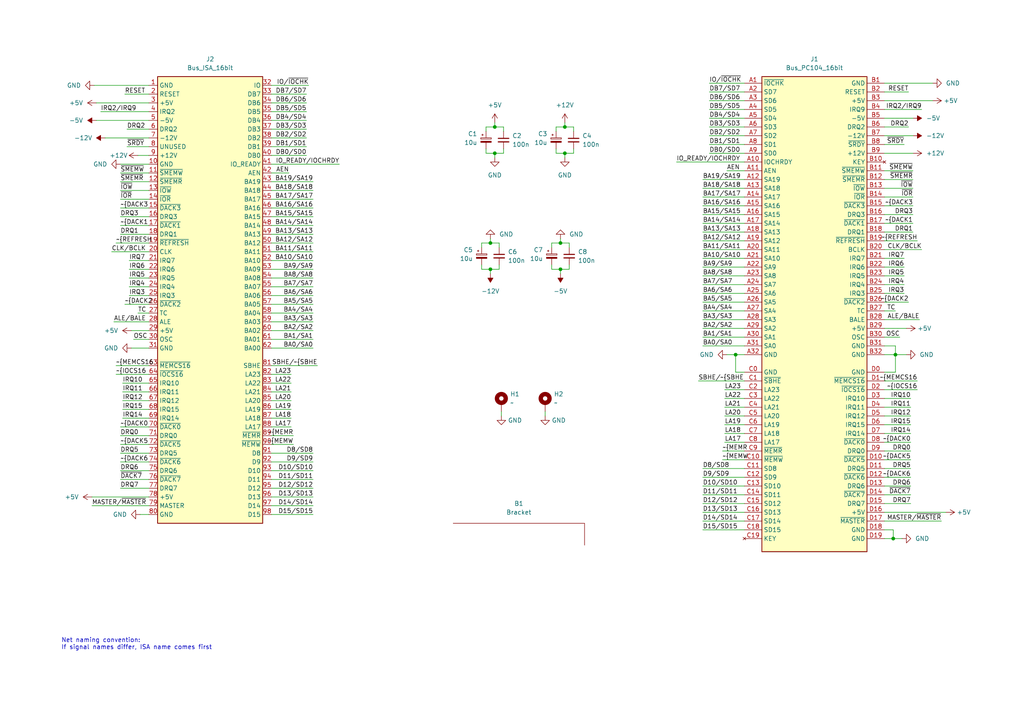
<source format=kicad_sch>
(kicad_sch (version 20211123) (generator eeschema)
  (paper "A4")
  (title_block (title "PC/104 ISA Card") (date "2023-03-04") (rev "0"))
  (lib_symbols
    (symbol "Device:C_Polarized_Small" (pin_numbers hide) (pin_names (offset 0.254) hide)
      (property "Reference" "C" (at 0.254 1.778 0))
      (property "Value" "C_Polarized_Small" (at 0.254 -2.032 0))
      (symbol "C_Polarized_Small_0_1"
        (rectangle (start -1.524 -0.3048) (end 1.524 -0.6858) (fill (type outline)))
        (rectangle (start -1.524 0.6858) (end 1.524 0.3048))
        (polyline (pts (xy -1.27 1.524) (xy -0.762 1.524)))
        (polyline (pts (xy -1.016 1.27) (xy -1.016 1.778)))
      )
      (symbol "C_Polarized_Small_1_1"
        (pin passive line (at 0 2.54 270) (length 1.8542) (name "~") (number "1"))
        (pin passive line (at 0 -2.54 90) (length 1.8542) (name "~") (number "2"))
      )
    )
    (symbol "Device:C_Small" (pin_numbers hide) (pin_names (offset 0.254) hide)
      (property "Reference" "C" (at 0.254 1.778 0))
      (property "Value" "C_Small" (at 0.254 -2.032 0))
      (symbol "C_Small_0_1"
        (polyline (pts (xy -1.524 -0.508) (xy 1.524 -0.508)) (stroke (width 0.3302)))
        (polyline (pts (xy -1.524 0.508) (xy 1.524 0.508)) (stroke (width 0.3048)))
      )
      (symbol "C_Small_1_1"
        (pin passive line (at 0 2.54 270) (length 2.032) (name "~") (number "1"))
        (pin passive line (at 0 -2.54 90) (length 2.032) (name "~") (number "2"))
      )
    )
    (symbol "Mechanical:MountingHole_Pad" (pin_numbers hide) (pin_names (offset 1.016) hide)
      (property "Reference" "H" (at 0 6.35 0))
      (property "Value" "MountingHole_Pad" (at 0 4.445 0))
      (symbol "MountingHole_Pad_0_1"
        (circle (center 0 1.27) (radius 1.27) (stroke (width 1.27)))
      )
      (symbol "MountingHole_Pad_1_1"
        (pin input line (at 0 -2.54 90) (length 2.54) (name "1") (number "1"))
      )
    )
    (symbol "local:Bracket" (on_board no)
      (property "Reference" "B" (at 5.08 0 0))
      (property "Value" "Bracket" (at 5.08 0 0))
      (property "Manufacturer" "Keystone" (at 0 0 0))
      (property "MPN" "9202" (at 0 0 0))
      (property "Supplier:Digikey" "36-9202-ND" (at 0 0 0))
      (symbol "Bracket_0_1"
        (polyline (pts (xy 6.35 12.7) (xy 0 12.7) (xy 0 -25.4)))
      )
    )
    (symbol "local:Bus_ISA_16bit"
      (property "Reference" "J" (at 0 67.945 0))
      (property "Value" "Bus_ISA_16bit" (at 0 -65.405 0))
      (symbol "Bus_ISA_16bit_0_1"
        (rectangle (start -15.24 -63.5) (end 15.24 66.04) (stroke (width 0.254)) (fill (type background)))
      )
      (symbol "Bus_ISA_16bit_1_1"
        (pin power_out line (at -17.78 63.5 0) (length 2.54) (name "GND") (number "1"))
        (pin power_in line (at -17.78 40.64 0) (length 2.54) (name "GND") (number "10"))
        (pin output line (at -17.78 38.1 0) (length 2.54) (name "~{SMEMW}") (number "11"))
        (pin output line (at -17.78 35.56 0) (length 2.54) (name "~{SMEMR}") (number "12"))
        (pin output line (at -17.78 33.02 0) (length 2.54) (name "~{IOW}") (number "13"))
        (pin output line (at -17.78 30.48 0) (length 2.54) (name "~{IOR}") (number "14"))
        (pin passive line (at -17.78 27.94 0) (length 2.54) (name "~{DACK3}") (number "15"))
        (pin passive line (at -17.78 25.4 0) (length 2.54) (name "DRQ3") (number "16"))
        (pin passive line (at -17.78 22.86 0) (length 2.54) (name "~{DACK1}") (number "17"))
        (pin passive line (at -17.78 20.32 0) (length 2.54) (name "DRQ1") (number "18"))
        (pin passive line (at -17.78 17.78 0) (length 2.54) (name "~{REFRESH}") (number "19"))
        (pin output line (at -17.78 60.96 0) (length 2.54) (name "RESET") (number "2"))
        (pin output line (at -17.78 15.24 0) (length 2.54) (name "CLK") (number "20"))
        (pin passive line (at -17.78 12.7 0) (length 2.54) (name "IRQ7") (number "21"))
        (pin passive line (at -17.78 10.16 0) (length 2.54) (name "IRQ6") (number "22"))
        (pin passive line (at -17.78 7.62 0) (length 2.54) (name "IRQ5") (number "23"))
        (pin passive line (at -17.78 5.08 0) (length 2.54) (name "IRQ4") (number "24"))
        (pin passive line (at -17.78 2.54 0) (length 2.54) (name "IRQ3") (number "25"))
        (pin passive line (at -17.78 0 0) (length 2.54) (name "~{DACK2}") (number "26"))
        (pin passive line (at -17.78 -2.54 0) (length 2.54) (name "TC") (number "27"))
        (pin output line (at -17.78 -5.08 0) (length 2.54) (name "ALE") (number "28"))
        (pin power_in line (at -17.78 -7.62 0) (length 2.54) (name "+5V") (number "29"))
        (pin power_out line (at -17.78 58.42 0) (length 2.54) (name "+5V") (number "3"))
        (pin output line (at -17.78 -10.16 0) (length 2.54) (name "OSC") (number "30"))
        (pin power_in line (at -17.78 -12.7 0) (length 2.54) (name "GND") (number "31"))
        (pin passive line (at 17.78 63.5 180) (length 2.54) (name "IO") (number "32"))
        (pin tri_state line (at 17.78 60.96 180) (length 2.54) (name "DB7") (number "33"))
        (pin tri_state line (at 17.78 58.42 180) (length 2.54) (name "DB6") (number "34"))
        (pin tri_state line (at 17.78 55.88 180) (length 2.54) (name "DB5") (number "35"))
        (pin tri_state line (at 17.78 53.34 180) (length 2.54) (name "DB4") (number "36"))
        (pin tri_state line (at 17.78 50.8 180) (length 2.54) (name "DB3") (number "37"))
        (pin tri_state line (at 17.78 48.26 180) (length 2.54) (name "DB2") (number "38"))
        (pin tri_state line (at 17.78 45.72 180) (length 2.54) (name "DB1") (number "39"))
        (pin passive line (at -17.78 55.88 0) (length 2.54) (name "IRQ2") (number "4"))
        (pin tri_state line (at 17.78 43.18 180) (length 2.54) (name "DB0") (number "40"))
        (pin passive line (at 17.78 40.64 180) (length 2.54) (name "IO_READY") (number "41"))
        (pin output line (at 17.78 38.1 180) (length 2.54) (name "AEN") (number "42"))
        (pin tri_state line (at 17.78 35.56 180) (length 2.54) (name "BA19") (number "43"))
        (pin tri_state line (at 17.78 33.02 180) (length 2.54) (name "BA18") (number "44"))
        (pin tri_state line (at 17.78 30.48 180) (length 2.54) (name "BA17") (number "45"))
        (pin tri_state line (at 17.78 27.94 180) (length 2.54) (name "BA16") (number "46"))
        (pin tri_state line (at 17.78 25.4 180) (length 2.54) (name "BA15") (number "47"))
        (pin tri_state line (at 17.78 22.86 180) (length 2.54) (name "BA14") (number "48"))
        (pin tri_state line (at 17.78 20.32 180) (length 2.54) (name "BA13") (number "49"))
        (pin power_out line (at -17.78 53.34 0) (length 2.54) (name "-5V") (number "5"))
        (pin tri_state line (at 17.78 17.78 180) (length 2.54) (name "BA12") (number "50"))
        (pin tri_state line (at 17.78 15.24 180) (length 2.54) (name "BA11") (number "51"))
        (pin tri_state line (at 17.78 12.7 180) (length 2.54) (name "BA10") (number "52"))
        (pin tri_state line (at 17.78 10.16 180) (length 2.54) (name "BA09") (number "53"))
        (pin tri_state line (at 17.78 7.62 180) (length 2.54) (name "BA08") (number "54"))
        (pin tri_state line (at 17.78 5.08 180) (length 2.54) (name "BA07") (number "55"))
        (pin tri_state line (at 17.78 2.54 180) (length 2.54) (name "BA06") (number "56"))
        (pin tri_state line (at 17.78 0 180) (length 2.54) (name "BA05") (number "57"))
        (pin tri_state line (at 17.78 -2.54 180) (length 2.54) (name "BA04") (number "58"))
        (pin tri_state line (at 17.78 -5.08 180) (length 2.54) (name "BA03") (number "59"))
        (pin passive line (at -17.78 50.8 0) (length 2.54) (name "DRQ2") (number "6"))
        (pin tri_state line (at 17.78 -7.62 180) (length 2.54) (name "BA02") (number "60"))
        (pin tri_state line (at 17.78 -10.16 180) (length 2.54) (name "BA01") (number "61"))
        (pin tri_state line (at 17.78 -12.7 180) (length 2.54) (name "BA00") (number "62"))
        (pin passive line (at -17.78 -17.78 0) (length 2.54) (name "~{MEMCS16}") (number "63"))
        (pin passive line (at -17.78 -20.32 0) (length 2.54) (name "~{IOCS16}") (number "64"))
        (pin passive line (at -17.78 -22.86 0) (length 2.54) (name "IRQ10") (number "65"))
        (pin passive line (at -17.78 -25.4 0) (length 2.54) (name "IRQ11") (number "66"))
        (pin passive line (at -17.78 -27.94 0) (length 2.54) (name "IRQ12") (number "67"))
        (pin passive line (at -17.78 -30.48 0) (length 2.54) (name "IRQ15") (number "68"))
        (pin passive line (at -17.78 -33.02 0) (length 2.54) (name "IRQ14") (number "69"))
        (pin power_out line (at -17.78 48.26 0) (length 2.54) (name "-12V") (number "7"))
        (pin output line (at -17.78 -35.56 0) (length 2.54) (name "~{DACK0}") (number "70"))
        (pin passive line (at -17.78 -38.1 0) (length 2.54) (name "DRQ0") (number "71"))
        (pin output line (at -17.78 -40.64 0) (length 2.54) (name "~{DACK5}") (number "72"))
        (pin passive line (at -17.78 -43.18 0) (length 2.54) (name "DRQ5") (number "73"))
        (pin output line (at -17.78 -45.72 0) (length 2.54) (name "~{DACK6}") (number "74"))
        (pin passive line (at -17.78 -48.26 0) (length 2.54) (name "DRQ6") (number "75"))
        (pin output line (at -17.78 -50.8 0) (length 2.54) (name "~{DACK7}") (number "76"))
        (pin passive line (at -17.78 -53.34 0) (length 2.54) (name "DRQ7") (number "77"))
        (pin power_in line (at -17.78 -55.88 0) (length 2.54) (name "+5V") (number "78"))
        (pin passive line (at -17.78 -58.42 0) (length 2.54) (name "MASTER") (number "79"))
        (pin passive line (at -17.78 45.72 0) (length 2.54) (name "UNUSED") (number "8"))
        (pin power_in line (at -17.78 -60.96 0) (length 2.54) (name "GND") (number "80"))
        (pin passive line (at 17.78 -17.78 180) (length 2.54) (name "SBHE") (number "81"))
        (pin passive line (at 17.78 -20.32 180) (length 2.54) (name "LA23") (number "82"))
        (pin passive line (at 17.78 -22.86 180) (length 2.54) (name "LA22") (number "83"))
        (pin passive line (at 17.78 -25.4 180) (length 2.54) (name "LA21") (number "84"))
        (pin passive line (at 17.78 -27.94 180) (length 2.54) (name "LA20") (number "85"))
        (pin passive line (at 17.78 -30.48 180) (length 2.54) (name "LA19") (number "86"))
        (pin passive line (at 17.78 -33.02 180) (length 2.54) (name "LA18") (number "87"))
        (pin passive line (at 17.78 -35.56 180) (length 2.54) (name "LA17") (number "88"))
        (pin output line (at 17.78 -38.1 180) (length 2.54) (name "~{MEMR}") (number "89"))
        (pin power_out line (at -17.78 43.18 0) (length 2.54) (name "+12V") (number "9"))
        (pin output line (at 17.78 -40.64 180) (length 2.54) (name "~{MEMW}") (number "90"))
        (pin tri_state line (at 17.78 -43.18 180) (length 2.54) (name "D8") (number "91"))
        (pin tri_state line (at 17.78 -45.72 180) (length 2.54) (name "D9") (number "92"))
        (pin tri_state line (at 17.78 -48.26 180) (length 2.54) (name "D10") (number "93"))
        (pin tri_state line (at 17.78 -50.8 180) (length 2.54) (name "D11") (number "94"))
        (pin tri_state line (at 17.78 -53.34 180) (length 2.54) (name "D12") (number "95"))
        (pin tri_state line (at 17.78 -55.88 180) (length 2.54) (name "D13") (number "96"))
        (pin tri_state line (at 17.78 -58.42 180) (length 2.54) (name "D14") (number "97"))
        (pin tri_state line (at 17.78 -60.96 180) (length 2.54) (name "D15") (number "98"))
      )
    )
    (symbol "local:Bus_PC104_16bit"
      (property "Reference" "J" (at 0 69.215 0))
      (property "Value" "Bus_PC104_16bit" (at 0 1.27 90))
      (symbol "Bus_PC104_16bit_0_0"
        (pin power_in line (at -20.32 -13.97 0) (length 5.08) (name "GND") (number "A32"))
        (pin power_in line (at 20.32 -13.97 180) (length 5.08) (name "GND") (number "B32"))
        (pin no_connect line (at -20.32 -67.31 0) (length 5.08) (name "KEY") (number "C19"))
        (pin power_in line (at 20.32 -67.31 180) (length 5.08) (name "GND") (number "D19"))
      )
      (symbol "Bus_PC104_16bit_0_1"
        (rectangle (start -15.24 66.675) (end 15.24 -71.12) (stroke (width 0.254)) (fill (type background)))
      )
      (symbol "Bus_PC104_16bit_1_1"
        (pin passive line (at -20.32 64.77 0) (length 5.08) (name "~{IOCHK}") (number "A1"))
        (pin passive line (at -20.32 41.91 0) (length 5.08) (name "IOCHRDY") (number "A10"))
        (pin input line (at -20.32 39.37 0) (length 5.08) (name "AEN") (number "A11"))
        (pin tri_state line (at -20.32 36.83 0) (length 5.08) (name "SA19") (number "A12"))
        (pin tri_state line (at -20.32 34.29 0) (length 5.08) (name "SA18") (number "A13"))
        (pin tri_state line (at -20.32 31.75 0) (length 5.08) (name "SA17") (number "A14"))
        (pin tri_state line (at -20.32 29.21 0) (length 5.08) (name "SA16") (number "A15"))
        (pin tri_state line (at -20.32 26.67 0) (length 5.08) (name "SA15") (number "A16"))
        (pin tri_state line (at -20.32 24.13 0) (length 5.08) (name "SA14") (number "A17"))
        (pin tri_state line (at -20.32 21.59 0) (length 5.08) (name "SA13") (number "A18"))
        (pin tri_state line (at -20.32 19.05 0) (length 5.08) (name "SA12") (number "A19"))
        (pin tri_state line (at -20.32 62.23 0) (length 5.08) (name "SD7") (number "A2"))
        (pin tri_state line (at -20.32 16.51 0) (length 5.08) (name "SA11") (number "A20"))
        (pin tri_state line (at -20.32 13.97 0) (length 5.08) (name "SA10") (number "A21"))
        (pin tri_state line (at -20.32 11.43 0) (length 5.08) (name "SA9") (number "A22"))
        (pin tri_state line (at -20.32 8.89 0) (length 5.08) (name "SA8") (number "A23"))
        (pin tri_state line (at -20.32 6.35 0) (length 5.08) (name "SA7") (number "A24"))
        (pin tri_state line (at -20.32 3.81 0) (length 5.08) (name "SA6") (number "A25"))
        (pin tri_state line (at -20.32 1.27 0) (length 5.08) (name "SA5") (number "A26"))
        (pin tri_state line (at -20.32 -1.27 0) (length 5.08) (name "SA4") (number "A27"))
        (pin tri_state line (at -20.32 -3.81 0) (length 5.08) (name "SA3") (number "A28"))
        (pin tri_state line (at -20.32 -6.35 0) (length 5.08) (name "SA2") (number "A29"))
        (pin tri_state line (at -20.32 59.69 0) (length 5.08) (name "SD6") (number "A3"))
        (pin tri_state line (at -20.32 -8.89 0) (length 5.08) (name "SA1") (number "A30"))
        (pin tri_state line (at -20.32 -11.43 0) (length 5.08) (name "SA0") (number "A31"))
        (pin tri_state line (at -20.32 57.15 0) (length 5.08) (name "SD5") (number "A4"))
        (pin tri_state line (at -20.32 54.61 0) (length 5.08) (name "SD4") (number "A5"))
        (pin tri_state line (at -20.32 52.07 0) (length 5.08) (name "SD3") (number "A6"))
        (pin tri_state line (at -20.32 49.53 0) (length 5.08) (name "SD2") (number "A7"))
        (pin tri_state line (at -20.32 46.99 0) (length 5.08) (name "SD1") (number "A8"))
        (pin tri_state line (at -20.32 44.45 0) (length 5.08) (name "SD0") (number "A9"))
        (pin power_in line (at 20.32 64.77 180) (length 5.08) (name "GND") (number "B1"))
        (pin no_connect line (at 20.32 41.91 180) (length 5.08) (name "KEY") (number "B10"))
        (pin input line (at 20.32 39.37 180) (length 5.08) (name "~{SMEMW}") (number "B11"))
        (pin input line (at 20.32 36.83 180) (length 5.08) (name "~{SMEMR}") (number "B12"))
        (pin input line (at 20.32 34.29 180) (length 5.08) (name "~{IOW}") (number "B13"))
        (pin input line (at 20.32 31.75 180) (length 5.08) (name "~{IOR}") (number "B14"))
        (pin passive line (at 20.32 29.21 180) (length 5.08) (name "~{DACK3}") (number "B15"))
        (pin passive line (at 20.32 26.67 180) (length 5.08) (name "DRQ3") (number "B16"))
        (pin passive line (at 20.32 24.13 180) (length 5.08) (name "~{DACK1}") (number "B17"))
        (pin passive line (at 20.32 21.59 180) (length 5.08) (name "DRQ1") (number "B18"))
        (pin passive line (at 20.32 19.05 180) (length 5.08) (name "~{REFRESH}") (number "B19"))
        (pin input line (at 20.32 62.23 180) (length 5.08) (name "RESET") (number "B2"))
        (pin input line (at 20.32 16.51 180) (length 5.08) (name "BCLK") (number "B20"))
        (pin passive line (at 20.32 13.97 180) (length 5.08) (name "IRQ7") (number "B21"))
        (pin passive line (at 20.32 11.43 180) (length 5.08) (name "IRQ6") (number "B22"))
        (pin passive line (at 20.32 8.89 180) (length 5.08) (name "IRQ5") (number "B23"))
        (pin passive line (at 20.32 6.35 180) (length 5.08) (name "IRQ4") (number "B24"))
        (pin passive line (at 20.32 3.81 180) (length 5.08) (name "IRQ3") (number "B25"))
        (pin passive line (at 20.32 1.27 180) (length 5.08) (name "~{DACK2}") (number "B26"))
        (pin passive line (at 20.32 -1.27 180) (length 5.08) (name "TC") (number "B27"))
        (pin input line (at 20.32 -3.81 180) (length 5.08) (name "BALE") (number "B28"))
        (pin power_in line (at 20.32 -6.35 180) (length 5.08) (name "+5V") (number "B29"))
        (pin power_in line (at 20.32 59.69 180) (length 5.08) (name "+5V") (number "B3"))
        (pin input line (at 20.32 -8.89 180) (length 5.08) (name "OSC") (number "B30"))
        (pin power_in line (at 20.32 -11.43 180) (length 5.08) (name "GND") (number "B31"))
        (pin passive line (at 20.32 57.15 180) (length 5.08) (name "IRQ9") (number "B4"))
        (pin power_in line (at 20.32 54.61 180) (length 5.08) (name "-5V") (number "B5"))
        (pin passive line (at 20.32 52.07 180) (length 5.08) (name "DRQ2") (number "B6"))
        (pin power_in line (at 20.32 49.53 180) (length 5.08) (name "-12V") (number "B7"))
        (pin passive line (at 20.32 46.99 180) (length 5.08) (name "~{SRDY}") (number "B8"))
        (pin power_in line (at 20.32 44.45 180) (length 5.08) (name "+12V") (number "B9"))
        (pin power_in line (at -20.32 -19.05 0) (length 5.08) (name "GND") (number "C0"))
        (pin passive line (at -20.32 -21.59 0) (length 5.08) (name "~{SBHE}") (number "C1"))
        (pin input line (at -20.32 -44.45 0) (length 5.08) (name "~{MEMW}") (number "C10"))
        (pin tri_state line (at -20.32 -46.99 0) (length 5.08) (name "SD8") (number "C11"))
        (pin tri_state line (at -20.32 -49.53 0) (length 5.08) (name "SD9") (number "C12"))
        (pin tri_state line (at -20.32 -52.07 0) (length 5.08) (name "SD10") (number "C13"))
        (pin tri_state line (at -20.32 -54.61 0) (length 5.08) (name "SD11") (number "C14"))
        (pin tri_state line (at -20.32 -57.15 0) (length 5.08) (name "SD12") (number "C15"))
        (pin tri_state line (at -20.32 -59.69 0) (length 5.08) (name "SD13") (number "C16"))
        (pin tri_state line (at -20.32 -62.23 0) (length 5.08) (name "SD14") (number "C17"))
        (pin tri_state line (at -20.32 -64.77 0) (length 5.08) (name "SD15") (number "C18"))
        (pin passive line (at -20.32 -24.13 0) (length 5.08) (name "LA23") (number "C2"))
        (pin passive line (at -20.32 -26.67 0) (length 5.08) (name "LA22") (number "C3"))
        (pin passive line (at -20.32 -29.21 0) (length 5.08) (name "LA21") (number "C4"))
        (pin passive line (at -20.32 -31.75 0) (length 5.08) (name "LA20") (number "C5"))
        (pin passive line (at -20.32 -34.29 0) (length 5.08) (name "LA19") (number "C6"))
        (pin passive line (at -20.32 -36.83 0) (length 5.08) (name "LA18") (number "C7"))
        (pin passive line (at -20.32 -39.37 0) (length 5.08) (name "LA17") (number "C8"))
        (pin input line (at -20.32 -41.91 0) (length 5.08) (name "~{MEMR}") (number "C9"))
        (pin power_in line (at 20.32 -19.05 180) (length 5.08) (name "GND") (number "D0"))
        (pin passive line (at 20.32 -21.59 180) (length 5.08) (name "~{MEMCS16}") (number "D1"))
        (pin input line (at 20.32 -44.45 180) (length 5.08) (name "~{DACK5}") (number "D10"))
        (pin passive line (at 20.32 -46.99 180) (length 5.08) (name "DRQ5") (number "D11"))
        (pin input line (at 20.32 -49.53 180) (length 5.08) (name "~{DACK6}") (number "D12"))
        (pin passive line (at 20.32 -52.07 180) (length 5.08) (name "DRQ6") (number "D13"))
        (pin input line (at 20.32 -54.61 180) (length 5.08) (name "~{DACK7}") (number "D14"))
        (pin passive line (at 20.32 -57.15 180) (length 5.08) (name "DRQ7") (number "D15"))
        (pin power_in line (at 20.32 -59.69 180) (length 5.08) (name "+5V") (number "D16"))
        (pin passive line (at 20.32 -62.23 180) (length 5.08) (name "~{MASTER}") (number "D17"))
        (pin power_in line (at 20.32 -64.77 180) (length 5.08) (name "GND") (number "D18"))
        (pin passive line (at 20.32 -24.13 180) (length 5.08) (name "~{IOCS16}") (number "D2"))
        (pin passive line (at 20.32 -26.67 180) (length 5.08) (name "IRQ10") (number "D3"))
        (pin passive line (at 20.32 -29.21 180) (length 5.08) (name "IRQ11") (number "D4"))
        (pin passive line (at 20.32 -31.75 180) (length 5.08) (name "IRQ12") (number "D5"))
        (pin passive line (at 20.32 -34.29 180) (length 5.08) (name "IRQ15") (number "D6"))
        (pin passive line (at 20.32 -36.83 180) (length 5.08) (name "IRQ14") (number "D7"))
        (pin input line (at 20.32 -39.37 180) (length 5.08) (name "~{DACK0}") (number "D8"))
        (pin passive line (at 20.32 -41.91 180) (length 5.08) (name "DRQ0") (number "D9"))
      )
    )
    (symbol "power:+12V" (power) (pin_names (offset 0))
      (property "Value" "+12V" (at 0 3.556 0))
      (symbol "+12V_0_1"
        (polyline (pts (xy -0.762 1.27) (xy 0 2.54)))
        (polyline (pts (xy 0 0) (xy 0 2.54)))
        (polyline (pts (xy 0 2.54) (xy 0.762 1.27)))
      )
      (symbol "+12V_1_1"
        (pin power_in line (at 0 0 90) (length 0) hide (name "+12V") (number "1"))
      )
    )
    (symbol "power:+5V" (power) (pin_names (offset 0))
      (property "Value" "+5V" (at 0 3.556 0))
      (symbol "+5V_0_1"
        (polyline (pts (xy -0.762 1.27) (xy 0 2.54)))
        (polyline (pts (xy 0 0) (xy 0 2.54)))
        (polyline (pts (xy 0 2.54) (xy 0.762 1.27)))
      )
      (symbol "+5V_1_1"
        (pin power_in line (at 0 0 90) (length 0) hide (name "+5V") (number "1"))
      )
    )
    (symbol "power:-12V" (power) (pin_names (offset 0))
      (property "Value" "-12V" (at 0 3.81 0))
      (symbol "-12V_0_0"
        (pin power_in line (at 0 0 90) (length 0) hide (name "-12V") (number "1"))
      )
      (symbol "-12V_0_1"
        (polyline (pts (xy 0 0) (xy 0 1.27) (xy 0.762 1.27) (xy 0 2.54) (xy -0.762 1.27) (xy 0 1.27)) (fill (type outline)))
      )
    )
    (symbol "power:-5V" (power) (pin_names (offset 0))
      (property "Value" "-5V" (at 0 3.81 0))
      (symbol "-5V_0_0"
        (pin power_in line (at 0 0 90) (length 0) hide (name "-5V") (number "1"))
      )
      (symbol "-5V_0_1"
        (polyline (pts (xy 0 0) (xy 0 1.27) (xy 0.762 1.27) (xy 0 2.54) (xy -0.762 1.27) (xy 0 1.27)) (fill (type outline)))
      )
    )
    (symbol "power:GND" (power) (pin_names (offset 0))
      (property "Value" "GND" (at 0 -3.81 0))
      (symbol "GND_0_1"
        (polyline (pts (xy 0 0) (xy 0 -1.27) (xy 1.27 -1.27) (xy 0 -2.54) (xy -1.27 -1.27) (xy 0 -1.27)))
      )
      (symbol "GND_1_1"
        (pin power_in line (at 0 0 270) (length 0) hide (name "GND") (number "1"))
      )
    )
  )
  (junction (at 213.36 102.87))
  (junction (at 259.715 102.87))
  (junction (at 259.08 156.21))
  (junction (at 162.56 78.105))
  (junction (at 143.51 44.45))
  (junction (at 142.24 70.485))
  (junction (at 163.83 36.83))
  (junction (at 142.24 78.105))
  (junction (at 143.51 36.83))
  (junction (at 163.83 44.45))
  (junction (at 162.56 70.485))
  (wire (pts (xy 43.18 57.785) (xy 34.925 57.785)))
  (wire (pts (xy 43.18 126.365) (xy 34.925 126.365)))
  (wire (pts (xy 90.805 57.785) (xy 78.74 57.785)))
  (wire (pts (xy 90.805 73.025) (xy 78.74 73.025)))
  (wire (pts (xy 203.835 59.69) (xy 215.9 59.69)))
  (wire (pts (xy 43.18 85.725) (xy 37.465 85.725)))
  (wire (pts (xy 140.97 44.45) (xy 143.51 44.45)))
  (wire (pts (xy 259.08 153.67) (xy 259.08 156.21)))
  (wire (pts (xy 259.715 102.87) (xy 256.54 102.87)))
  (wire (pts (xy 43.18 113.665) (xy 35.56 113.665)))
  (wire (pts (xy 210.185 118.11) (xy 215.9 118.11)))
  (wire (pts (xy 27.94 34.925) (xy 43.18 34.925)))
  (wire (pts (xy 259.08 153.67) (xy 256.54 153.67)))
  (wire (pts (xy 262.89 102.87) (xy 259.715 102.87)))
  (wire (pts (xy 43.18 98.425) (xy 38.735 98.425)))
  (wire (pts (xy 78.74 47.625) (xy 98.425 47.625)))
  (wire (pts (xy 139.7 70.485) (xy 139.7 71.755)))
  (wire (pts (xy 40.64 149.225) (xy 43.18 149.225)))
  (wire (pts (xy 88.9 32.385) (xy 78.74 32.385)))
  (wire (pts (xy 215.9 146.05) (xy 203.835 146.05)))
  (wire (pts (xy 203.835 69.85) (xy 215.9 69.85)))
  (wire (pts (xy 90.805 65.405) (xy 78.74 65.405)))
  (wire (pts (xy 256.54 77.47) (xy 262.255 77.47)))
  (wire (pts (xy 146.05 43.18) (xy 146.05 44.45)))
  (wire (pts (xy 88.9 29.845) (xy 78.74 29.845)))
  (wire (pts (xy 203.835 92.71) (xy 215.9 92.71)))
  (wire (pts (xy 256.54 120.65) (xy 264.16 120.65)))
  (wire (pts (xy 205.74 34.29) (xy 215.9 34.29)))
  (wire (pts (xy 143.51 36.83) (xy 143.51 35.56)))
  (wire (pts (xy 256.54 31.75) (xy 267.335 31.75)))
  (wire (pts (xy 43.18 106.045) (xy 33.655 106.045)))
  (wire (pts (xy 256.54 133.35) (xy 264.16 133.35)))
  (wire (pts (xy 90.805 88.265) (xy 78.74 88.265)))
  (wire (pts (xy 43.18 27.305) (xy 36.195 27.305)))
  (wire (pts (xy 43.18 116.205) (xy 35.56 116.205)))
  (wire (pts (xy 213.36 102.87) (xy 213.36 107.95)))
  (wire (pts (xy 142.24 78.105) (xy 142.24 79.375)))
  (wire (pts (xy 43.18 50.165) (xy 34.925 50.165)))
  (wire (pts (xy 90.805 67.945) (xy 78.74 67.945)))
  (wire (pts (xy 163.83 35.56) (xy 163.83 36.83)))
  (wire (pts (xy 256.54 95.25) (xy 262.89 95.25)))
  (wire (pts (xy 203.835 67.31) (xy 215.9 67.31)))
  (wire (pts (xy 90.805 78.105) (xy 78.74 78.105)))
  (wire (pts (xy 78.74 133.985) (xy 90.805 133.985)))
  (wire (pts (xy 162.56 69.215) (xy 162.56 70.485)))
  (wire (pts (xy 215.9 24.13) (xy 205.74 24.13)))
  (wire (pts (xy 85.09 128.905) (xy 78.74 128.905)))
  (wire (pts (xy 166.37 43.18) (xy 166.37 44.45)))
  (wire (pts (xy 43.18 133.985) (xy 34.925 133.985)))
  (wire (pts (xy 90.805 93.345) (xy 78.74 93.345)))
  (wire (pts (xy 203.835 90.17) (xy 215.9 90.17)))
  (wire (pts (xy 144.78 78.105) (xy 142.24 78.105)))
  (wire (pts (xy 259.715 100.33) (xy 256.54 100.33)))
  (wire (pts (xy 78.74 50.165) (xy 83.82 50.165)))
  (wire (pts (xy 33.02 93.345) (xy 43.18 93.345)))
  (wire (pts (xy 256.54 138.43) (xy 264.16 138.43)))
  (wire (pts (xy 256.54 54.61) (xy 264.795 54.61)))
  (wire (pts (xy 88.9 40.005) (xy 78.74 40.005)))
  (wire (pts (xy 43.18 128.905) (xy 34.925 128.905)))
  (wire (pts (xy 203.835 64.77) (xy 215.9 64.77)))
  (wire (pts (xy 259.715 102.87) (xy 259.715 107.95)))
  (wire (pts (xy 90.805 75.565) (xy 78.74 75.565)))
  (wire (pts (xy 205.74 41.91) (xy 215.9 41.91)))
  (wire (pts (xy 140.97 36.83) (xy 143.51 36.83)))
  (wire (pts (xy 78.74 131.445) (xy 90.805 131.445)))
  (wire (pts (xy 43.18 141.605) (xy 34.925 141.605)))
  (wire (pts (xy 34.925 60.325) (xy 43.18 60.325)))
  (wire (pts (xy 43.18 121.285) (xy 35.56 121.285)))
  (wire (pts (xy 90.805 100.965) (xy 78.74 100.965)))
  (wire (pts (xy 202.565 110.49) (xy 215.9 110.49)))
  (wire (pts (xy 266.7 92.71) (xy 256.54 92.71)))
  (wire (pts (xy 163.83 36.83) (xy 161.29 36.83)))
  (wire (pts (xy 203.835 100.33) (xy 215.9 100.33)))
  (wire (pts (xy 162.56 70.485) (xy 165.1 70.485)))
  (wire (pts (xy 203.835 57.15) (xy 215.9 57.15)))
  (wire (pts (xy 161.29 44.45) (xy 163.83 44.45)))
  (wire (pts (xy 84.455 116.205) (xy 78.74 116.205)))
  (wire (pts (xy 146.05 36.83) (xy 146.05 38.1)))
  (wire (pts (xy 256.54 72.39) (xy 267.335 72.39)))
  (wire (pts (xy 92.075 106.045) (xy 78.74 106.045)))
  (wire (pts (xy 215.9 153.67) (xy 203.835 153.67)))
  (wire (pts (xy 144.78 76.835) (xy 144.78 78.105)))
  (wire (pts (xy 259.08 156.21) (xy 256.54 156.21)))
  (wire (pts (xy 90.805 52.705) (xy 78.74 52.705)))
  (wire (pts (xy 43.18 80.645) (xy 37.465 80.645)))
  (wire (pts (xy 270.51 24.13) (xy 256.54 24.13)))
  (wire (pts (xy 256.54 26.67) (xy 263.525 26.67)))
  (wire (pts (xy 256.54 125.73) (xy 264.16 125.73)))
  (wire (pts (xy 203.835 95.25) (xy 215.9 95.25)))
  (wire (pts (xy 146.05 44.45) (xy 143.51 44.45)))
  (wire (pts (xy 43.18 146.685) (xy 26.67 146.685)))
  (wire (pts (xy 215.9 148.59) (xy 203.835 148.59)))
  (wire (pts (xy 162.56 70.485) (xy 160.02 70.485)))
  (wire (pts (xy 160.02 76.835) (xy 160.02 78.105)))
  (wire (pts (xy 205.74 39.37) (xy 215.9 39.37)))
  (wire (pts (xy 259.715 90.17) (xy 256.54 90.17)))
  (wire (pts (xy 78.74 141.605) (xy 90.805 141.605)))
  (wire (pts (xy 38.1 100.965) (xy 43.18 100.965)))
  (wire (pts (xy 144.78 70.485) (xy 144.78 71.755)))
  (wire (pts (xy 90.805 85.725) (xy 78.74 85.725)))
  (wire (pts (xy 139.7 78.105) (xy 142.24 78.105)))
  (wire (pts (xy 143.51 44.45) (xy 143.51 45.72)))
  (wire (pts (xy 142.24 70.485) (xy 139.7 70.485)))
  (wire (pts (xy 205.74 36.83) (xy 215.9 36.83)))
  (wire (pts (xy 256.54 118.11) (xy 264.16 118.11)))
  (wire (pts (xy 43.18 131.445) (xy 34.925 131.445)))
  (wire (pts (xy 161.29 43.18) (xy 161.29 44.45)))
  (wire (pts (xy 203.835 97.79) (xy 215.9 97.79)))
  (wire (pts (xy 145.415 119.38) (xy 145.415 120.65)))
  (wire (pts (xy 210.185 113.03) (xy 215.9 113.03)))
  (wire (pts (xy 215.9 135.89) (xy 203.835 135.89)))
  (wire (pts (xy 203.835 72.39) (xy 215.9 72.39)))
  (wire (pts (xy 30.48 40.005) (xy 43.18 40.005)))
  (wire (pts (xy 27.94 29.845) (xy 43.18 29.845)))
  (wire (pts (xy 29.21 32.385) (xy 43.18 32.385)))
  (wire (pts (xy 26.67 144.145) (xy 43.18 144.145)))
  (wire (pts (xy 256.54 49.53) (xy 264.795 49.53)))
  (wire (pts (xy 264.795 67.31) (xy 256.54 67.31)))
  (wire (pts (xy 161.29 36.83) (xy 161.29 38.1)))
  (wire (pts (xy 215.9 151.13) (xy 203.835 151.13)))
  (wire (pts (xy 84.455 113.665) (xy 78.74 113.665)))
  (wire (pts (xy 142.24 70.485) (xy 144.78 70.485)))
  (wire (pts (xy 203.835 52.07) (xy 215.9 52.07)))
  (wire (pts (xy 43.18 108.585) (xy 33.655 108.585)))
  (wire (pts (xy 40.005 45.085) (xy 43.18 45.085)))
  (wire (pts (xy 259.715 100.33) (xy 259.715 102.87)))
  (wire (pts (xy 256.54 135.89) (xy 264.16 135.89)))
  (wire (pts (xy 256.54 143.51) (xy 264.16 143.51)))
  (wire (pts (xy 215.9 49.53) (xy 210.82 49.53)))
  (wire (pts (xy 34.925 123.825) (xy 43.18 123.825)))
  (wire (pts (xy 205.74 29.21) (xy 215.9 29.21)))
  (wire (pts (xy 205.74 31.75) (xy 215.9 31.75)))
  (wire (pts (xy 165.1 76.835) (xy 165.1 78.105)))
  (wire (pts (xy 160.02 78.105) (xy 162.56 78.105)))
  (wire (pts (xy 34.925 65.405) (xy 43.18 65.405)))
  (wire (pts (xy 36.83 37.465) (xy 43.18 37.465)))
  (wire (pts (xy 162.56 78.105) (xy 162.56 79.375)))
  (wire (pts (xy 90.805 95.885) (xy 78.74 95.885)))
  (wire (pts (xy 256.54 130.81) (xy 264.16 130.81)))
  (wire (pts (xy 34.925 47.625) (xy 43.18 47.625)))
  (wire (pts (xy 43.18 52.705) (xy 34.925 52.705)))
  (wire (pts (xy 27.305 24.765) (xy 43.18 24.765)))
  (wire (pts (xy 90.805 80.645) (xy 78.74 80.645)))
  (wire (pts (xy 78.74 24.765) (xy 89.535 24.765)))
  (wire (pts (xy 90.805 55.245) (xy 78.74 55.245)))
  (wire (pts (xy 203.835 82.55) (xy 215.9 82.55)))
  (wire (pts (xy 36.83 42.545) (xy 43.18 42.545)))
  (wire (pts (xy 256.54 52.07) (xy 264.795 52.07)))
  (wire (pts (xy 259.715 107.95) (xy 256.54 107.95)))
  (wire (pts (xy 256.54 74.93) (xy 262.255 74.93)))
  (wire (pts (xy 263.525 87.63) (xy 256.54 87.63)))
  (wire (pts (xy 78.74 136.525) (xy 90.805 136.525)))
  (wire (pts (xy 213.36 102.87) (xy 215.9 102.87)))
  (wire (pts (xy 256.54 128.27) (xy 264.16 128.27)))
  (wire (pts (xy 78.74 144.145) (xy 90.805 144.145)))
  (wire (pts (xy 210.185 128.27) (xy 215.9 128.27)))
  (wire (pts (xy 36.195 88.265) (xy 43.18 88.265)))
  (wire (pts (xy 43.18 83.185) (xy 37.465 83.185)))
  (wire (pts (xy 88.9 42.545) (xy 78.74 42.545)))
  (wire (pts (xy 256.54 113.03) (xy 266.065 113.03)))
  (wire (pts (xy 256.54 36.83) (xy 263.525 36.83)))
  (wire (pts (xy 90.805 83.185) (xy 78.74 83.185)))
  (wire (pts (xy 88.9 37.465) (xy 78.74 37.465)))
  (wire (pts (xy 203.835 85.09) (xy 215.9 85.09)))
  (wire (pts (xy 43.18 75.565) (xy 37.465 75.565)))
  (wire (pts (xy 256.54 80.01) (xy 262.255 80.01)))
  (wire (pts (xy 203.835 74.93) (xy 215.9 74.93)))
  (wire (pts (xy 43.18 73.025) (xy 32.385 73.025)))
  (wire (pts (xy 165.1 70.485) (xy 165.1 71.755)))
  (wire (pts (xy 34.925 62.865) (xy 43.18 62.865)))
  (wire (pts (xy 158.115 119.38) (xy 158.115 120.65)))
  (wire (pts (xy 264.795 62.23) (xy 256.54 62.23)))
  (wire (pts (xy 256.54 123.19) (xy 264.16 123.19)))
  (wire (pts (xy 203.835 62.23) (xy 215.9 62.23)))
  (wire (pts (xy 256.54 151.13) (xy 273.05 151.13)))
  (wire (pts (xy 84.455 121.285) (xy 78.74 121.285)))
  (wire (pts (xy 256.54 148.59) (xy 274.32 148.59)))
  (wire (pts (xy 43.18 78.105) (xy 37.465 78.105)))
  (wire (pts (xy 215.9 143.51) (xy 203.835 143.51)))
  (wire (pts (xy 142.24 69.215) (xy 142.24 70.485)))
  (wire (pts (xy 88.9 45.085) (xy 78.74 45.085)))
  (wire (pts (xy 85.09 126.365) (xy 78.74 126.365)))
  (wire (pts (xy 43.18 136.525) (xy 34.925 136.525)))
  (wire (pts (xy 84.455 108.585) (xy 78.74 108.585)))
  (wire (pts (xy 256.54 140.97) (xy 264.16 140.97)))
  (wire (pts (xy 215.9 138.43) (xy 203.835 138.43)))
  (wire (pts (xy 43.18 55.245) (xy 34.925 55.245)))
  (wire (pts (xy 256.54 97.79) (xy 260.985 97.79)))
  (wire (pts (xy 256.54 110.49) (xy 266.065 110.49)))
  (wire (pts (xy 256.54 34.29) (xy 264.795 34.29)))
  (wire (pts (xy 264.795 59.69) (xy 256.54 59.69)))
  (wire (pts (xy 215.9 46.99) (xy 196.215 46.99)))
  (wire (pts (xy 88.9 34.925) (xy 78.74 34.925)))
  (wire (pts (xy 90.805 90.805) (xy 78.74 90.805)))
  (wire (pts (xy 160.02 70.485) (xy 160.02 71.755)))
  (wire (pts (xy 261.62 156.21) (xy 259.08 156.21)))
  (wire (pts (xy 256.54 29.21) (xy 270.51 29.21)))
  (wire (pts (xy 203.835 80.01) (xy 215.9 80.01)))
  (wire (pts (xy 78.74 149.225) (xy 90.805 149.225)))
  (wire (pts (xy 166.37 36.83) (xy 166.37 38.1)))
  (wire (pts (xy 203.835 54.61) (xy 215.9 54.61)))
  (wire (pts (xy 38.1 95.885) (xy 43.18 95.885)))
  (wire (pts (xy 84.455 123.825) (xy 78.74 123.825)))
  (wire (pts (xy 256.54 85.09) (xy 262.255 85.09)))
  (wire (pts (xy 43.18 111.125) (xy 35.56 111.125)))
  (wire (pts (xy 90.805 98.425) (xy 78.74 98.425)))
  (wire (pts (xy 209.55 133.35) (xy 215.9 133.35)))
  (wire (pts (xy 256.54 82.55) (xy 262.255 82.55)))
  (wire (pts (xy 78.74 27.305) (xy 88.9 27.305)))
  (wire (pts (xy 210.185 123.19) (xy 215.9 123.19)))
  (wire (pts (xy 43.18 139.065) (xy 34.925 139.065)))
  (wire (pts (xy 210.185 115.57) (xy 215.9 115.57)))
  (wire (pts (xy 256.54 115.57) (xy 264.16 115.57)))
  (wire (pts (xy 33.655 70.485) (xy 43.18 70.485)))
  (wire (pts (xy 266.065 69.85) (xy 256.54 69.85)))
  (wire (pts (xy 84.455 118.745) (xy 78.74 118.745)))
  (wire (pts (xy 78.74 139.065) (xy 90.805 139.065)))
  (wire (pts (xy 256.54 146.05) (xy 264.16 146.05)))
  (wire (pts (xy 166.37 44.45) (xy 163.83 44.45)))
  (wire (pts (xy 90.805 62.865) (xy 78.74 62.865)))
  (wire (pts (xy 215.9 107.95) (xy 213.36 107.95)))
  (wire (pts (xy 43.18 118.745) (xy 35.56 118.745)))
  (wire (pts (xy 256.54 41.91) (xy 262.255 41.91)))
  (wire (pts (xy 34.925 67.945) (xy 43.18 67.945)))
  (wire (pts (xy 264.795 64.77) (xy 256.54 64.77)))
  (wire (pts (xy 210.185 125.73) (xy 215.9 125.73)))
  (wire (pts (xy 215.9 140.97) (xy 203.835 140.97)))
  (wire (pts (xy 84.455 111.125) (xy 78.74 111.125)))
  (wire (pts (xy 163.83 36.83) (xy 166.37 36.83)))
  (wire (pts (xy 140.97 43.18) (xy 140.97 44.45)))
  (wire (pts (xy 90.805 70.485) (xy 78.74 70.485)))
  (wire (pts (xy 40.005 90.805) (xy 43.18 90.805)))
  (wire (pts (xy 210.82 102.87) (xy 213.36 102.87)))
  (wire (pts (xy 143.51 36.83) (xy 146.05 36.83)))
  (wire (pts (xy 163.83 44.45) (xy 163.83 45.72)))
  (wire (pts (xy 165.1 78.105) (xy 162.56 78.105)))
  (wire (pts (xy 256.54 57.15) (xy 264.795 57.15)))
  (wire (pts (xy 139.7 76.835) (xy 139.7 78.105)))
  (wire (pts (xy 90.805 60.325) (xy 78.74 60.325)))
  (wire (pts (xy 256.54 39.37) (xy 264.795 39.37)))
  (wire (pts (xy 140.97 38.1) (xy 140.97 36.83)))
  (wire (pts (xy 203.835 77.47) (xy 215.9 77.47)))
  (wire (pts (xy 256.54 44.45) (xy 264.795 44.45)))
  (wire (pts (xy 78.74 146.685) (xy 90.805 146.685)))
  (wire (pts (xy 209.55 130.81) (xy 215.9 130.81)))
  (wire (pts (xy 205.74 26.67) (xy 215.9 26.67)))
  (wire (pts (xy 210.185 120.65) (xy 215.9 120.65)))
  (wire (pts (xy 205.74 44.45) (xy 215.9 44.45)))
  (wire (pts (xy 203.835 87.63) (xy 215.9 87.63)))
  (text "Net naming convention:\nIf signal names differ, ISA name comes first" (at 17.78 188.595 0) (effects (font (size 1.27 1.27)) (justify left bottom)))
  (label "~{SMEMW}" (at 34.925 50.165 0))
  (label "~{DACK3" (at 34.925 60.325 0))
  (label "~{DACK1" (at 34.925 65.405 0))
  (label "~{SMEMR}" (at 34.925 52.705 0))
  (label "RESET" (at 36.195 27.305 0))
  (label "IRQ2{slash}IRQ9" (at 29.21 32.385 0))
  (label "MASTER{slash}~{MASTER}" (at 26.67 146.685 0))
  (label "DB0{slash}SD0" (at 205.74 44.45 0))
  (label "D10{slash}SD10" (at 90.805 136.525 180))
  (label "D14{slash}SD14" (at 203.835 151.13 0))
  (label "DB1{slash}SD1" (at 205.74 41.91 0))
  (label "DRQ6" (at 264.16 140.97 180))
  (label "BA1{slash}SA1" (at 90.805 98.425 180))
  (label "LA21" (at 84.455 113.665 180))
  (label "~{SMEMW}" (at 264.795 49.53 180))
  (label "ALE{slash}BALE" (at 33.02 93.345 0))
  (label "IO_READY{slash}IOCHRDY" (at 98.425 47.625 180))
  (label "D8{slash}SD8" (at 203.835 135.89 0))
  (label "DB5{slash}SD5" (at 205.74 31.75 0))
  (label "~{IOR}" (at 34.925 57.785 0))
  (label "D12{slash}SD12" (at 90.805 141.605 180))
  (label "~{DACK0" (at 264.16 128.27 180))
  (label "LA21" (at 210.185 118.11 0))
  (label "~{IOW}" (at 34.925 55.245 0))
  (label "~{DACK2" (at 263.525 87.63 180))
  (label "DRQ7" (at 34.925 141.605 0))
  (label "~{MEMW" (at 85.09 128.905 180))
  (label "BA14{slash}SA14" (at 203.835 64.77 0))
  (label "BA12{slash}SA12" (at 203.835 69.85 0))
  (label "IRQ14" (at 35.56 121.285 0))
  (label "IO_READY{slash}IOCHRDY" (at 196.215 46.99 0))
  (label "~{DACK5" (at 264.16 133.35 180))
  (label "BA8{slash}SA8" (at 90.805 80.645 180))
  (label "DB4{slash}SD4" (at 205.74 34.29 0))
  (label "~{IOR}" (at 264.795 57.15 180))
  (label "DRQ2" (at 263.525 36.83 180))
  (label "BA16{slash}SA16" (at 90.805 60.325 180))
  (label "D15{slash}SD15" (at 90.805 149.225 180))
  (label "D9{slash}SD9" (at 203.835 138.43 0))
  (label "IRQ3" (at 262.255 85.09 180))
  (label "DRQ5" (at 264.16 135.89 180))
  (label "BA3{slash}SA3" (at 203.835 92.71 0))
  (label "IRQ14" (at 264.16 125.73 180))
  (label "IO{slash}~{IOCHK}" (at 205.74 24.13 0))
  (label "~{DACK1" (at 264.795 64.77 180))
  (label "IRQ15" (at 35.56 118.745 0))
  (label "~{SMEMR}" (at 264.795 52.07 180))
  (label "TC" (at 259.715 90.17 180))
  (label "DB7{slash}SD7" (at 205.74 26.67 0))
  (label "D12{slash}SD12" (at 203.835 146.05 0))
  (label "BA15{slash}SA15" (at 203.835 62.23 0))
  (label "BA9{slash}SA9" (at 90.805 78.105 180))
  (label "DRQ3" (at 34.925 62.865 0))
  (label "DB4{slash}SD4" (at 88.9 34.925 180))
  (label "~{DACK5" (at 34.925 128.905 0))
  (label "IRQ12" (at 264.16 120.65 180))
  (label "~{IOCS16" (at 266.065 113.03 180))
  (label "BA7{slash}SA7" (at 90.805 83.185 180))
  (label "LA23" (at 210.185 113.03 0))
  (label "BA11{slash}SA11" (at 90.805 73.025 180))
  (label "DRQ2" (at 36.83 37.465 0))
  (label "~{DACK2" (at 36.195 88.265 0))
  (label "IRQ3" (at 37.465 85.725 0))
  (label "BA9{slash}SA9" (at 203.835 77.47 0))
  (label "~{REFRESH" (at 33.655 70.485 0))
  (label "DB1{slash}SD1" (at 88.9 42.545 180))
  (label "BA10{slash}SA10" (at 90.805 75.565 180))
  (label "BA12{slash}SA12" (at 90.805 70.485 180))
  (label "~{MEMW" (at 209.55 133.35 0))
  (label "BA16{slash}SA16" (at 203.835 59.69 0))
  (label "DB3{slash}SD3" (at 205.74 36.83 0))
  (label "IRQ7" (at 37.465 75.565 0))
  (label "LA23" (at 84.455 108.585 180))
  (label "IRQ12" (at 35.56 116.205 0))
  (label "TC" (at 40.005 90.805 0))
  (label "DB6{slash}SD6" (at 88.9 29.845 180))
  (label "IRQ10" (at 35.56 111.125 0))
  (label "~{DACK0" (at 34.925 123.825 0))
  (label "BA5{slash}SA5" (at 90.805 88.265 180))
  (label "MASTER{slash}~{MASTER}" (at 273.05 151.13 180))
  (label "DRQ1" (at 264.795 67.31 180))
  (label "IRQ5" (at 262.255 80.01 180))
  (label "AEN" (at 210.82 49.53 0))
  (label "IRQ11" (at 35.56 113.665 0))
  (label "~{DACK6" (at 34.925 133.985 0))
  (label "LA22" (at 210.185 115.57 0))
  (label "BA4{slash}SA4" (at 203.835 90.17 0))
  (label "BA2{slash}SA2" (at 90.805 95.885 180))
  (label "D9{slash}SD9" (at 90.805 133.985 180))
  (label "BA4{slash}SA4" (at 90.805 90.805 180))
  (label "~{IOW}" (at 264.795 54.61 180))
  (label "DRQ5" (at 34.925 131.445 0))
  (label "BA18{slash}SA18" (at 90.805 55.245 180))
  (label "D8{slash}SD8" (at 90.805 131.445 180))
  (label "AEN" (at 83.82 50.165 180))
  (label "BA0{slash}SA0" (at 203.835 100.33 0))
  (label "LA17" (at 84.455 123.825 180))
  (label "BA0{slash}SA0" (at 90.805 100.965 180))
  (label "D15{slash}SD15" (at 203.835 153.67 0))
  (label "BA6{slash}SA6" (at 203.835 85.09 0))
  (label "DRQ0" (at 264.16 130.81 180))
  (label "DB2{slash}SD2" (at 88.9 40.005 180))
  (label "~{DACK7}" (at 264.16 143.51 180))
  (label "DB3{slash}SD3" (at 88.9 37.465 180))
  (label "BA1{slash}SA1" (at 203.835 97.79 0))
  (label "LA18" (at 210.185 125.73 0))
  (label "IRQ6" (at 262.255 77.47 180))
  (label "DRQ0" (at 34.925 126.365 0))
  (label "~{DACK7}" (at 34.925 139.065 0))
  (label "BA19{slash}SA19" (at 90.805 52.705 180))
  (label "BA5{slash}SA5" (at 203.835 87.63 0))
  (label "DRQ6" (at 34.925 136.525 0))
  (label "DB7{slash}SD7" (at 88.9 27.305 180))
  (label "BA2{slash}SA2" (at 203.835 95.25 0))
  (label "D10{slash}SD10" (at 203.835 140.97 0))
  (label "IRQ10" (at 264.16 115.57 180))
  (label "~{REFRESH" (at 266.065 69.85 180))
  (label "BA17{slash}SA17" (at 203.835 57.15 0))
  (label "IRQ4" (at 262.255 82.55 180))
  (label "OSC" (at 260.985 97.79 180))
  (label "~{MEMCS16" (at 33.655 106.045 0))
  (label "D13{slash}SD13" (at 203.835 148.59 0))
  (label "~{DACK3" (at 264.795 59.69 180))
  (label "~{DACK6" (at 264.16 138.43 180))
  (label "~{MEMR" (at 85.09 126.365 180))
  (label "LA19" (at 210.185 123.19 0))
  (label "IRQ15" (at 264.16 123.19 180))
  (label "BA11{slash}SA11" (at 203.835 72.39 0))
  (label "IO{slash}~{IOCHK}" (at 89.535 24.765 180))
  (label "LA22" (at 84.455 111.125 180))
  (label "DB0{slash}SD0" (at 88.9 45.085 180))
  (label "DB6{slash}SD6" (at 205.74 29.21 0))
  (label "SBHE{slash}~{SBHE" (at 202.565 110.49 0))
  (label "DRQ3" (at 264.795 62.23 180))
  (label "BA17{slash}SA17" (at 90.805 57.785 180))
  (label "BA19{slash}SA19" (at 203.835 52.07 0))
  (label "LA19" (at 84.455 118.745 180))
  (label "~{IOCS16" (at 33.655 108.585 0))
  (label "~{SRDY}" (at 262.255 41.91 180))
  (label "D13{slash}SD13" (at 90.805 144.145 180))
  (label "~{MEMCS16" (at 266.065 110.49 180))
  (label "BA14{slash}SA14" (at 90.805 65.405 180))
  (label "CLK{slash}BCLK" (at 267.335 72.39 180))
  (label "LA17" (at 210.185 128.27 0))
  (label "~{SRDY}" (at 36.83 42.545 0))
  (label "IRQ4" (at 37.465 83.185 0))
  (label "LA20" (at 84.455 116.205 180))
  (label "SBHE{slash}~{SBHE" (at 92.075 106.045 180))
  (label "DRQ1" (at 34.925 67.945 0))
  (label "DRQ7" (at 264.16 146.05 180))
  (label "LA18" (at 84.455 121.285 180))
  (label "ALE{slash}BALE" (at 266.7 92.71 180))
  (label "~{MEMR" (at 209.55 130.81 0))
  (label "DB5{slash}SD5" (at 88.9 32.385 180))
  (label "BA6{slash}SA6" (at 90.805 85.725 180))
  (label "IRQ11" (at 264.16 118.11 180))
  (label "OSC" (at 38.735 98.425 0))
  (label "BA10{slash}SA10" (at 203.835 74.93 0))
  (label "D11{slash}SD11" (at 203.835 143.51 0))
  (label "BA7{slash}SA7" (at 203.835 82.55 0))
  (label "CLK{slash}BCLK" (at 32.385 73.025 0))
  (label "BA13{slash}SA13" (at 90.805 67.945 180))
  (label "BA13{slash}SA13" (at 203.835 67.31 0))
  (label "D11{slash}SD11" (at 90.805 139.065 180))
  (label "RESET" (at 263.525 26.67 180))
  (label "BA8{slash}SA8" (at 203.835 80.01 0))
  (label "IRQ2{slash}IRQ9" (at 267.335 31.75 180))
  (label "IRQ6" (at 37.465 78.105 0))
  (label "IRQ5" (at 37.465 80.645 0))
  (label "BA3{slash}SA3" (at 90.805 93.345 180))
  (label "BA18{slash}SA18" (at 203.835 54.61 0))
  (label "BA15{slash}SA15" (at 90.805 62.865 180))
  (label "D14{slash}SD14" (at 90.805 146.685 180))
  (label "IRQ7" (at 262.255 74.93 180))
  (label "LA20" (at 210.185 120.65 0))
  (label "DB2{slash}SD2" (at 205.74 39.37 0))
  (symbol (lib_id "Device:C_Small") (at 166.37 40.64 0) (unit 1)
    (property "Reference" "C4" (at 168.91 39.3762 0) (effects (justify left)))
    (property "Value" "100n" (at 168.91 41.9162 0) (effects (justify left)))
    (property "Footprint" "Capacitor_SMD:C_0603_1608Metric" (effects hide))
  )
  (symbol (lib_id "power:GND") (at 262.89 102.87 90) (unit 1)
    (property "Reference" "#PWR0108" (effects hide))
    (property "Value" "GND" (at 266.7 102.8701 90) (effects (justify right)))
  )
  (symbol (lib_id "power:-12V") (at 30.48 40.005 90) (unit 1)
    (property "Reference" "#PWR02" (effects hide))
    (property "Value" "-12V" (at 24.13 40.005 90))
  )
  (symbol (lib_id "power:-5V") (at 162.56 79.375 180) (unit 1)
    (property "Reference" "#PWR0120" (effects hide))
    (property "Value" "-5V" (at 162.56 84.455 0))
  )
  (symbol (lib_id "power:+5V") (at 270.51 29.21 270) (unit 1)
    (property "Reference" "#PWR0105" (effects hide))
    (property "Value" "+5V" (at 273.685 29.2099 90) (effects (justify left)))
  )
  (symbol (lib_id "power:+5V") (at 143.51 35.56 0) (unit 1)
    (property "Reference" "#PWR0118" (effects hide))
    (property "Value" "+5V" (at 143.51 30.48 0))
  )
  (symbol (lib_id "Device:C_Polarized_Small") (at 140.97 40.64 0) (unit 1)
    (property "Reference" "C1" (at 138.43 38.8238 0) (effects (justify right)))
    (property "Value" "10u" (at 138.43 41.3638 0) (effects (justify right)))
    (property "Footprint" "Capacitor_Tantalum_SMD:CP_EIA-7343-15_Kemet-W" (effects hide))
  )
  (symbol (lib_id "local:Bus_PC104_16bit") (at 236.22 88.9 0) (unit 1)
    (property "Reference" "J1" (at 236.22 17.145 0))
    (property "Value" "Bus_PC104_16bit" (at 236.22 19.685 0))
    (property "Footprint" "local:PC104_16bit" (effects hide))
    (property "Datasheet" "https://pc104.org/wp-content/uploads/2015/02/PC104_Spec_v2_6.pdf" (effects hide))
  )
  (symbol (lib_id "power:GND") (at 162.56 69.215 180) (unit 1)
    (property "Reference" "#PWR0122" (effects hide))
    (property "Value" "GND" (at 165.1 67.9449 0) (effects (justify right)))
  )
  (symbol (lib_id "power:+12V") (at 163.83 35.56 0) (unit 1)
    (property "Reference" "#PWR0116" (effects hide))
    (property "Value" "+12V" (at 163.83 30.48 0))
  )
  (symbol (lib_id "power:+5V") (at 27.94 29.845 90) (unit 1)
    (property "Reference" "#PWR0113" (effects hide))
    (property "Value" "+5V" (at 24.13 29.8449 90) (effects (justify left)))
  )
  (symbol (lib_id "power:-12V") (at 264.795 39.37 270) (unit 1)
    (property "Reference" "#PWR06" (effects hide))
    (property "Value" "-12V" (at 268.605 39.3699 90) (effects (justify left)))
  )
  (symbol (lib_id "Device:C_Polarized_Small") (at 160.02 74.295 0) (unit 1)
    (property "Reference" "C7" (at 157.48 72.4788 0) (effects (justify right)))
    (property "Value" "10u" (at 157.48 75.0188 0) (effects (justify right)))
    (property "Footprint" "Capacitor_Tantalum_SMD:CP_EIA-7343-15_Kemet-W" (effects hide))
  )
  (symbol (lib_id "power:+5V") (at 38.1 95.885 90) (unit 1)
    (property "Reference" "#PWR0117" (effects hide))
    (property "Value" "+5V" (at 34.29 95.8849 90) (effects (justify left)))
  )
  (symbol (lib_id "Device:C_Small") (at 146.05 40.64 0) (unit 1)
    (property "Reference" "C2" (at 148.59 39.3762 0) (effects (justify left)))
    (property "Value" "100n" (at 148.59 41.9162 0) (effects (justify left)))
    (property "Footprint" "Capacitor_SMD:C_0603_1608Metric" (effects hide))
  )
  (symbol (lib_id "power:GND") (at 142.24 69.215 180) (unit 1)
    (property "Reference" "#PWR0121" (effects hide))
    (property "Value" "GND" (at 144.78 67.9449 0) (effects (justify right)))
  )
  (symbol (lib_id "power:GND") (at 145.415 120.65 0) (unit 1)
    (property "Reference" "#PWR0110" (effects hide))
    (property "Value" "GND" (at 147.32 121.9199 0) (effects (justify left)))
  )
  (symbol (lib_id "power:GND") (at 143.51 45.72 0) (unit 1)
    (property "Reference" "#PWR0119" (effects hide))
    (property "Value" "GND" (at 143.51 50.8 0))
  )
  (symbol (lib_id "power:-5V") (at 27.94 34.925 90) (unit 1)
    (property "Reference" "#PWR01" (effects hide))
    (property "Value" "-5V" (at 24.13 34.9249 90) (effects (justify left)))
  )
  (symbol (lib_id "power:GND") (at 34.925 47.625 270) (unit 1)
    (property "Reference" "#PWR0114" (effects hide))
    (property "Value" "GND" (at 31.115 47.6249 90) (effects (justify right)))
  )
  (symbol (lib_id "power:GND") (at 261.62 156.21 90) (unit 1)
    (property "Reference" "#PWR04" (effects hide))
    (property "Value" "GND" (at 265.43 156.2101 90) (effects (justify right)))
  )
  (symbol (lib_id "Device:C_Small") (at 144.78 74.295 0) (unit 1)
    (property "Reference" "C6" (at 147.32 73.0312 0) (effects (justify left)))
    (property "Value" "100n" (at 147.32 75.5712 0) (effects (justify left)))
    (property "Footprint" "Capacitor_SMD:C_0603_1608Metric" (effects hide))
  )
  (symbol (lib_id "power:GND") (at 27.305 24.765 270) (unit 1)
    (property "Reference" "#PWR0112" (effects hide))
    (property "Value" "GND" (at 23.495 24.7649 90) (effects (justify right)))
  )
  (symbol (lib_id "power:GND") (at 210.82 102.87 270) (unit 1)
    (property "Reference" "#PWR0101" (effects hide))
    (property "Value" "GND" (at 207.01 102.8699 90) (effects (justify right)))
  )
  (symbol (lib_id "Mechanical:MountingHole_Pad") (at 145.415 116.84 0) (unit 1)
    (property "Reference" "H1" (at 147.955 114.2999 0) (effects (justify left)))
    (property "Value" "~" (at 147.955 116.8399 0) (effects (justify left)))
    (property "Footprint" "MountingHole:MountingHole_3.2mm_M3_Pad_Via" (effects hide))
  )
  (symbol (lib_id "power:-12V") (at 142.24 79.375 180) (unit 1)
    (property "Reference" "#PWR0115" (effects hide))
    (property "Value" "-12V" (at 142.24 84.455 0))
  )
  (symbol (lib_id "Device:C_Polarized_Small") (at 161.29 40.64 0) (unit 1)
    (property "Reference" "C3" (at 158.75 38.8238 0) (effects (justify right)))
    (property "Value" "10u" (at 158.75 41.3638 0) (effects (justify right)))
    (property "Footprint" "Capacitor_Tantalum_SMD:CP_EIA-7343-15_Kemet-W" (effects hide))
  )
  (symbol (lib_id "power:-5V") (at 264.795 34.29 270) (unit 1)
    (property "Reference" "#PWR05" (effects hide))
    (property "Value" "-5V" (at 268.605 34.2899 90) (effects (justify left)))
  )
  (symbol (lib_id "power:+5V") (at 26.67 144.145 90) (unit 1)
    (property "Reference" "#PWR0103" (effects hide))
    (property "Value" "+5V" (at 22.86 144.1449 90) (effects (justify left)))
  )
  (symbol (lib_id "power:GND") (at 270.51 24.13 90) (unit 1)
    (property "Reference" "#PWR0106" (effects hide))
    (property "Value" "GND" (at 274.32 24.1301 90) (effects (justify right)))
  )
  (symbol (lib_id "local:Bracket") (at 156.845 151.765 270) (unit 1) (on_board no)
    (property "Reference" "B1" (at 150.495 146.05 90))
    (property "Value" "Bracket" (at 150.495 148.59 90))
    (property "Datasheet" "https://www.keyelco.com/userAssets/file/M65p122.pdf" (effects hide))
    (property "Manufacturer" "Keystone" (effects hide))
    (property "MPN" "9202" (effects hide))
    (property "Supplier:Digikey" "36-9202-ND" (effects hide))
  )
  (symbol (lib_id "Device:C_Small") (at 165.1 74.295 0) (unit 1)
    (property "Reference" "C8" (at 167.64 73.0312 0) (effects (justify left)))
    (property "Value" "100n" (at 167.64 75.5712 0) (effects (justify left)))
    (property "Footprint" "Capacitor_SMD:C_0603_1608Metric" (effects hide))
  )
  (symbol (lib_id "power:+12V") (at 264.795 44.45 270) (unit 1)
    (property "Reference" "#PWR07" (effects hide))
    (property "Value" "+12V" (at 268.605 44.4499 90) (effects (justify left)))
  )
  (symbol (lib_id "power:GND") (at 158.115 120.65 0) (unit 1)
    (property "Reference" "#PWR0109" (effects hide))
    (property "Value" "GND" (at 160.02 121.9199 0) (effects (justify left)))
  )
  (symbol (lib_id "power:+5V") (at 262.89 95.25 270) (unit 1)
    (property "Reference" "#PWR0107" (effects hide))
    (property "Value" "+5V" (at 266.065 95.2499 90) (effects (justify left)))
  )
  (symbol (lib_id "Mechanical:MountingHole_Pad") (at 158.115 116.84 0) (unit 1)
    (property "Reference" "H2" (at 160.655 114.2999 0) (effects (justify left)))
    (property "Value" "~" (at 160.655 116.8399 0) (effects (justify left)))
    (property "Footprint" "MountingHole:MountingHole_3.2mm_M3_Pad_Via" (effects hide))
  )
  (symbol (lib_id "power:GND") (at 40.64 149.225 270) (unit 1)
    (property "Reference" "#PWR0102" (effects hide))
    (property "Value" "GND" (at 36.83 149.2249 90) (effects (justify right)))
  )
  (symbol (lib_id "Device:C_Polarized_Small") (at 139.7 74.295 0) (unit 1)
    (property "Reference" "C5" (at 137.16 72.4788 0) (effects (justify right)))
    (property "Value" "10u" (at 137.16 75.0188 0) (effects (justify right)))
    (property "Footprint" "Capacitor_Tantalum_SMD:CP_EIA-7343-15_Kemet-W" (effects hide))
  )
  (symbol (lib_id "power:GND") (at 163.83 45.72 0) (unit 1)
    (property "Reference" "#PWR0111" (effects hide))
    (property "Value" "GND" (at 163.83 50.8 0))
  )
  (symbol (lib_id "power:+12V") (at 40.005 45.085 90) (unit 1)
    (property "Reference" "#PWR03" (effects hide))
    (property "Value" "+12V" (at 31.75 45.0849 90) (effects (justify right)))
  )
  (symbol (lib_id "local:Bus_ISA_16bit") (at 60.96 88.265 0) (unit 1)
    (property "Reference" "J2" (at 60.96 17.145 0))
    (property "Value" "Bus_ISA_16bit" (at 60.96 19.685 0))
    (property "Footprint" "Connector_PCBEdge:BUS_AT" (effects hide))
    (property "Datasheet" "https://en.wikipedia.org/wiki/Industry_Standard_Architecture" (effects hide))
  )
  (symbol (lib_id "power:GND") (at 38.1 100.965 270) (unit 1)
    (property "Reference" "#PWR0104" (effects hide))
    (property "Value" "GND" (at 34.29 100.9649 90) (effects (justify right)))
  )
  (symbol (lib_id "power:+5V") (at 274.32 148.59 270) (unit 1)
    (property "Reference" "#PWR08" (effects hide))
    (property "Value" "+5V" (at 277.495 148.5899 90) (effects (justify left)))
  )
)
</source>
